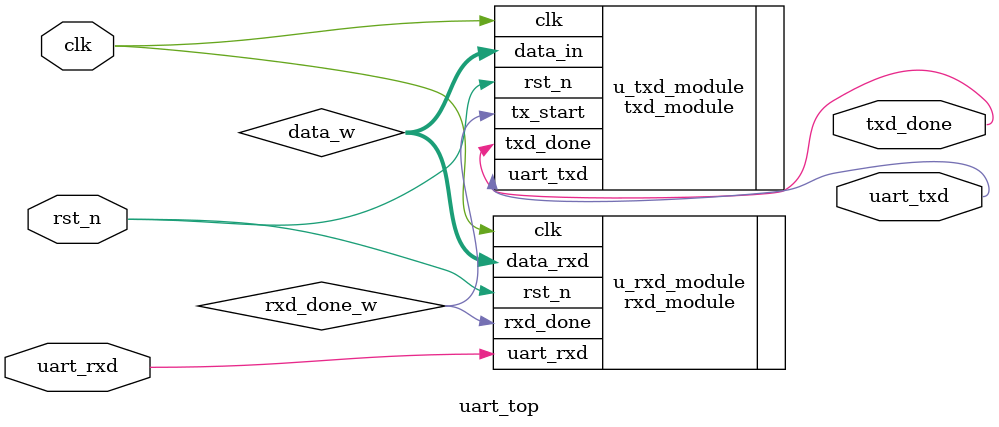
<source format=v>
`timescale 1ns/1ps
module uart_top(
input clk,//50Mhz
input rst_n,
input uart_rxd,

output uart_txd,
output txd_done
);
wire [7:0]data_w;
wire rxd_done_w;

rxd_module u_rxd_module(
.clk(clk),//16x baud freq
.rst_n(rst_n),//async reset active-low
.uart_rxd(uart_rxd),//uart receive

.rxd_done(rxd_done_w),
.data_rxd(data_w)
);

txd_module u_txd_module(
.clk(clk),
.rst_n(rst_n),
.data_in(data_w),
.tx_start(rxd_done_w),

.txd_done(txd_done),
.uart_txd(uart_txd)
);



endmodule
</source>
